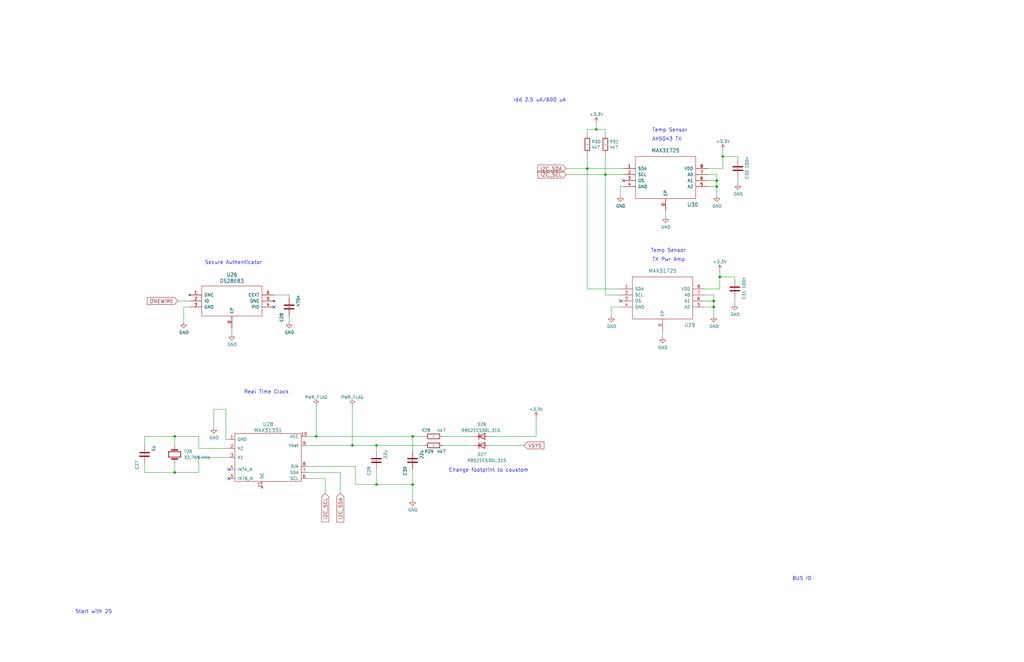
<source format=kicad_sch>
(kicad_sch (version 20230121) (generator eeschema)
  (paper "USLedger")
  (title_block (title "Radiation Tolerant PacSat Communication") (date "2023-06-17") (rev "1.1") (company "AMSAT-NA") (comment 1 "N5BRG"))
  (lib_symbols
    (symbol "Device:C" (pin_numbers hide) (pin_names (offset 0.254))
      (property "Reference" "C" (at 0.635 2.54 0))
      (property "Value" "C" (at 0.635 -2.54 0))
      (symbol "C_0_1"
        (polyline (pts (xy -2.032 -0.762) (xy 2.032 -0.762)) (stroke (width 0.508)))
        (polyline (pts (xy -2.032 0.762) (xy 2.032 0.762)) (stroke (width 0.508)))
      )
      (symbol "C_1_1"
        (pin passive line (at 0 3.81 270) (length 2.794) (name "~") (number "1"))
        (pin passive line (at 0 -3.81 90) (length 2.794) (name "~") (number "2"))
      )
    )
    (symbol "Device:Crystal" (pin_numbers hide) (pin_names (offset 1.016) hide)
      (property "Reference" "Y" (at 0 3.81 0))
      (property "Value" "Crystal" (at 0 -3.81 0))
      (symbol "Crystal_0_1"
        (rectangle (start -1.143 2.54) (end 1.143 -2.54) (stroke (width 0.3048)))
        (polyline (pts (xy -2.54 0) (xy -1.905 0)))
        (polyline (pts (xy -1.905 -1.27) (xy -1.905 1.27)) (stroke (width 0.508)))
        (polyline (pts (xy 1.905 -1.27) (xy 1.905 1.27)) (stroke (width 0.508)))
        (polyline (pts (xy 2.54 0) (xy 1.905 0)))
      )
      (symbol "Crystal_1_1"
        (pin passive line (at -3.81 0 0) (length 1.27) (name "1") (number "1"))
        (pin passive line (at 3.81 0 180) (length 1.27) (name "2") (number "2"))
      )
    )
    (symbol "Device:R" (pin_numbers hide) (pin_names (offset 0))
      (property "Reference" "R" (at 2.032 0 90))
      (property "Value" "R" (at 0 0 90))
      (symbol "R_0_1"
        (rectangle (start -1.016 -2.54) (end 1.016 2.54) (stroke (width 0.254)))
      )
      (symbol "R_1_1"
        (pin passive line (at 0 3.81 270) (length 1.27) (name "~") (number "1"))
        (pin passive line (at 0 -3.81 90) (length 1.27) (name "~") (number "2"))
      )
    )
    (symbol "Diode:1N914" (pin_numbers hide) (pin_names hide)
      (property "Reference" "D" (at 0 2.54 0))
      (property "Value" "1N914" (at 0 -2.54 0))
      (symbol "1N914_0_1"
        (polyline (pts (xy -1.27 1.27) (xy -1.27 -1.27)) (stroke (width 0.254)))
        (polyline (pts (xy 1.27 0) (xy -1.27 0)))
        (polyline (pts (xy 1.27 1.27) (xy 1.27 -1.27) (xy -1.27 0) (xy 1.27 1.27)) (stroke (width 0.254)))
      )
      (symbol "1N914_1_1"
        (pin passive line (at -3.81 0 0) (length 2.54) (name "K") (number "1"))
        (pin passive line (at 3.81 0 180) (length 2.54) (name "A") (number "2"))
      )
    )
    (symbol "PACSAT_ICs:DS28E83" (pin_names (offset 1.016))
      (property "Reference" "U26" (at 0 11.0998 0))
      (property "Value" "DS28E83" (at 0 8.4074 0))
      (symbol "DS28E83_0_1"
        (rectangle (start -12.7 6.35) (end 12.7 -6.35))
      )
      (symbol "DS28E83_1_1"
        (pin power_in line (at 0 -11.43 90) (length 5.08) (name "EP") (number "0"))
        (pin no_connect line (at -17.78 2.54 0) (length 5.08) (name "DNC") (number "1"))
        (pin bidirectional line (at -17.78 0 0) (length 5.08) (name "IO") (number "2"))
        (pin power_in line (at -17.78 -2.54 0) (length 5.08) (name "GND") (number "3"))
        (pin bidirectional line (at 17.78 -2.54 180) (length 5.08) (name "PIO") (number "4"))
        (pin no_connect line (at 17.78 0 180) (length 5.08) (name "DNC") (number "5"))
        (pin passive line (at 17.78 2.54 180) (length 5.08) (name "CEXT") (number "6"))
      )
    )
    (symbol "PACSAT_ICs:MAX31331" (pin_names (offset 1.016))
      (property "Reference" "U?" (at -1.27 14.9098 0))
      (property "Value" "MAX31331" (at -1.27 12.2174 0))
      (symbol "MAX31331_0_1"
        (rectangle (start -13.97 10.16) (end 13.97 -10.16))
      )
      (symbol "MAX31331_1_1"
        (pin power_in line (at -16.51 7.62 0) (length 2.54) (name "GND") (number "1"))
        (pin power_in line (at 16.51 8.89 180) (length 2.54) (name "VCC") (number "10"))
        (pin no_connect line (at -2.54 -12.7 90) (length 2.54) (name "NC") (number "11"))
        (pin input line (at -16.51 3.81 0) (length 2.54) (name "X2") (number "2"))
        (pin input line (at -16.51 0 0) (length 2.54) (name "X1") (number "3"))
        (pin open_collector line (at -16.51 -5.08 0) (length 2.54) (name "INTA_N") (number "4"))
        (pin open_collector line (at -16.51 -8.89 0) (length 2.54) (name "INTB_N") (number "5"))
        (pin input line (at 16.51 -8.89 180) (length 2.54) (name "SCL") (number "6"))
        (pin tri_state line (at 16.51 -6.35 180) (length 2.54) (name "SDA") (number "7"))
        (pin input line (at 16.51 -3.81 180) (length 2.54) (name "DIN") (number "8"))
        (pin power_in line (at 16.51 5.08 180) (length 2.54) (name "Vbat") (number "9"))
      )
    )
    (symbol "PACSAT_ICs:MAX31725" (pin_names (offset 1.016))
      (property "Reference" "U29" (at 11.43 -11.43 0))
      (property "Value" "MAX31725" (at 0 11.43 0))
      (symbol "MAX31725_0_1"
        (rectangle (start -12.7 8.89) (end 12.7 -8.89))
      )
      (symbol "MAX31725_1_1"
        (pin input line (at 0 -13.97 90) (length 5.08) (name "EP") (number "0"))
        (pin input line (at -17.78 3.81 0) (length 5.08) (name "SDA") (number "1"))
        (pin input line (at -17.78 1.27 0) (length 5.08) (name "SCL") (number "2"))
        (pin input line (at -17.78 -1.27 0) (length 5.08) (name "OS") (number "3"))
        (pin input line (at -17.78 -3.81 0) (length 5.08) (name "GND") (number "4"))
        (pin input line (at 17.78 -3.81 180) (length 5.08) (name "A2") (number "5"))
        (pin input line (at 17.78 -1.27 180) (length 5.08) (name "A1") (number "6"))
        (pin input line (at 17.78 1.27 180) (length 5.08) (name "A0") (number "7"))
        (pin input line (at 17.78 3.81 180) (length 5.08) (name "VDD") (number "8"))
      )
    )
    (symbol "power:+3.3V" (power) (pin_names (offset 0))
      (property "Value" "+3.3V" (at 0 3.556 0))
      (symbol "+3.3V_0_1"
        (polyline (pts (xy -0.762 1.27) (xy 0 2.54)))
        (polyline (pts (xy 0 0) (xy 0 2.54)))
        (polyline (pts (xy 0 2.54) (xy 0.762 1.27)))
      )
      (symbol "+3.3V_1_1"
        (pin power_in line (at 0 0 90) (length 0) hide (name "+3.3V") (number "1"))
      )
    )
    (symbol "power:GND" (power) (pin_names (offset 0))
      (property "Value" "GND" (at 0 -3.81 0))
      (symbol "GND_0_1"
        (polyline (pts (xy 0 0) (xy 0 -1.27) (xy 1.27 -1.27) (xy 0 -2.54) (xy -1.27 -1.27) (xy 0 -1.27)))
      )
      (symbol "GND_1_1"
        (pin power_in line (at 0 0 270) (length 0) hide (name "GND") (number "1"))
      )
    )
    (symbol "power:PWR_FLAG" (power) (pin_numbers hide) (pin_names (offset 0) hide)
      (property "Value" "PWR_FLAG" (at 0 3.81 0))
      (symbol "PWR_FLAG_0_0"
        (pin power_out line (at 0 0 90) (length 0) (name "pwr") (number "1"))
      )
      (symbol "PWR_FLAG_0_1"
        (polyline (pts (xy 0 0) (xy 0 1.27) (xy -1.016 1.905) (xy 0 2.54) (xy 1.016 1.905) (xy 0 1.27)))
      )
    )
  )
  (junction (at 300.99 129.54))
  (junction (at 73.66 184.15))
  (junction (at 255.27 73.66))
  (junction (at 302.26 76.2))
  (junction (at 251.46 54.61))
  (junction (at 247.65 71.12))
  (junction (at 133.35 184.15))
  (junction (at 303.53 116.84))
  (junction (at 148.59 187.96))
  (junction (at 158.75 204.47))
  (junction (at 304.8 66.04))
  (junction (at 73.66 199.39))
  (junction (at 300.99 127))
  (junction (at 158.75 187.96))
  (junction (at 302.26 78.74))
  (junction (at 173.99 184.15))
  (junction (at 173.99 204.47))
  (no_connect (at 261.62 127))
  (no_connect (at 262.89 76.2))
  (no_connect (at 96.52 198.12))
  (no_connect (at 115.57 129.54))
  (no_connect (at 96.52 201.93))
  (wire (pts (xy 302.26 78.74) (xy 302.26 82.55)))
  (wire (pts (xy 247.65 57.15) (xy 247.65 54.61)))
  (wire (pts (xy 186.69 187.96) (xy 199.39 187.96)))
  (wire (pts (xy 261.62 129.54) (xy 257.81 129.54)))
  (wire (pts (xy 251.46 54.61) (xy 251.46 52.07)))
  (wire (pts (xy 137.16 201.93) (xy 137.16 208.28)))
  (wire (pts (xy 60.96 184.15) (xy 73.66 184.15)))
  (wire (pts (xy 255.27 124.46) (xy 261.62 124.46)))
  (wire (pts (xy 133.35 171.45) (xy 133.35 184.15)))
  (wire (pts (xy 255.27 54.61) (xy 255.27 57.15)))
  (wire (pts (xy 60.96 199.39) (xy 73.66 199.39)))
  (wire (pts (xy 303.53 116.84) (xy 303.53 121.92)))
  (wire (pts (xy 129.54 184.15) (xy 133.35 184.15)))
  (wire (pts (xy 83.82 193.04) (xy 96.52 193.04)))
  (wire (pts (xy 96.52 185.42) (xy 95.25 185.42)))
  (wire (pts (xy 129.54 187.96) (xy 148.59 187.96)))
  (wire (pts (xy 303.53 116.84) (xy 309.88 116.84)))
  (wire (pts (xy 115.57 124.46) (xy 121.92 124.46)))
  (wire (pts (xy 73.66 199.39) (xy 83.82 199.39)))
  (wire (pts (xy 261.62 78.74) (xy 261.62 82.55)))
  (wire (pts (xy 129.54 199.39) (xy 143.51 199.39)))
  (wire (pts (xy 311.15 74.93) (xy 311.15 77.47)))
  (wire (pts (xy 73.66 187.96) (xy 73.66 184.15)))
  (wire (pts (xy 300.99 129.54) (xy 297.18 129.54)))
  (wire (pts (xy 247.65 71.12) (xy 262.89 71.12)))
  (wire (pts (xy 173.99 204.47) (xy 173.99 210.82)))
  (wire (pts (xy 149.86 204.47) (xy 158.75 204.47)))
  (wire (pts (xy 90.17 172.72) (xy 90.17 180.34)))
  (wire (pts (xy 303.53 114.3) (xy 303.53 116.84)))
  (wire (pts (xy 238.76 71.12) (xy 247.65 71.12)))
  (wire (pts (xy 129.54 201.93) (xy 137.16 201.93)))
  (wire (pts (xy 311.15 66.04) (xy 311.15 67.31)))
  (wire (pts (xy 186.69 184.15) (xy 199.39 184.15)))
  (wire (pts (xy 309.88 116.84) (xy 309.88 118.11)))
  (wire (pts (xy 95.25 172.72) (xy 90.17 172.72)))
  (wire (pts (xy 173.99 184.15) (xy 179.07 184.15)))
  (wire (pts (xy 158.75 204.47) (xy 173.99 204.47)))
  (wire (pts (xy 121.92 133.35) (xy 121.92 135.89)))
  (wire (pts (xy 238.76 73.66) (xy 255.27 73.66)))
  (wire (pts (xy 148.59 187.96) (xy 158.75 187.96)))
  (wire (pts (xy 158.75 187.96) (xy 179.07 187.96)))
  (wire (pts (xy 247.65 54.61) (xy 251.46 54.61)))
  (wire (pts (xy 300.99 127) (xy 300.99 129.54)))
  (wire (pts (xy 298.45 76.2) (xy 302.26 76.2)))
  (wire (pts (xy 247.65 121.92) (xy 261.62 121.92)))
  (wire (pts (xy 251.46 54.61) (xy 255.27 54.61)))
  (wire (pts (xy 303.53 121.92) (xy 297.18 121.92)))
  (wire (pts (xy 158.75 187.96) (xy 158.75 190.5)))
  (wire (pts (xy 60.96 195.58) (xy 60.96 199.39)))
  (wire (pts (xy 97.79 138.43) (xy 97.79 140.97)))
  (wire (pts (xy 257.81 129.54) (xy 257.81 133.35)))
  (wire (pts (xy 302.26 73.66) (xy 302.26 76.2)))
  (wire (pts (xy 173.99 184.15) (xy 173.99 190.5)))
  (wire (pts (xy 158.75 198.12) (xy 158.75 204.47)))
  (wire (pts (xy 77.47 129.54) (xy 77.47 135.89)))
  (wire (pts (xy 83.82 184.15) (xy 83.82 189.23)))
  (wire (pts (xy 255.27 73.66) (xy 255.27 124.46)))
  (wire (pts (xy 302.26 76.2) (xy 302.26 78.74)))
  (wire (pts (xy 247.65 71.12) (xy 247.65 121.92)))
  (wire (pts (xy 60.96 187.96) (xy 60.96 184.15)))
  (wire (pts (xy 83.82 193.04) (xy 83.82 199.39)))
  (wire (pts (xy 304.8 66.04) (xy 304.8 71.12)))
  (wire (pts (xy 83.82 189.23) (xy 96.52 189.23)))
  (wire (pts (xy 304.8 63.5) (xy 304.8 66.04)))
  (wire (pts (xy 133.35 184.15) (xy 173.99 184.15)))
  (wire (pts (xy 80.01 129.54) (xy 77.47 129.54)))
  (wire (pts (xy 247.65 64.77) (xy 247.65 71.12)))
  (wire (pts (xy 280.67 88.9) (xy 280.67 91.44)))
  (wire (pts (xy 255.27 64.77) (xy 255.27 73.66)))
  (wire (pts (xy 143.51 199.39) (xy 143.51 208.28)))
  (wire (pts (xy 73.66 184.15) (xy 83.82 184.15)))
  (wire (pts (xy 74.93 127) (xy 80.01 127)))
  (wire (pts (xy 121.92 124.46) (xy 121.92 125.73)))
  (wire (pts (xy 300.99 129.54) (xy 300.99 133.35)))
  (wire (pts (xy 149.86 196.85) (xy 149.86 204.47)))
  (wire (pts (xy 148.59 171.45) (xy 148.59 187.96)))
  (wire (pts (xy 173.99 204.47) (xy 173.99 198.12)))
  (wire (pts (xy 279.4 139.7) (xy 279.4 142.24)))
  (wire (pts (xy 262.89 78.74) (xy 261.62 78.74)))
  (wire (pts (xy 297.18 127) (xy 300.99 127)))
  (wire (pts (xy 73.66 195.58) (xy 73.66 199.39)))
  (wire (pts (xy 304.8 71.12) (xy 298.45 71.12)))
  (wire (pts (xy 255.27 73.66) (xy 262.89 73.66)))
  (wire (pts (xy 309.88 125.73) (xy 309.88 128.27)))
  (wire (pts (xy 304.8 66.04) (xy 311.15 66.04)))
  (wire (pts (xy 226.06 184.15) (xy 226.06 176.53)))
  (wire (pts (xy 298.45 73.66) (xy 302.26 73.66)))
  (wire (pts (xy 129.54 196.85) (xy 149.86 196.85)))
  (wire (pts (xy 297.18 124.46) (xy 300.99 124.46)))
  (wire (pts (xy 95.25 185.42) (xy 95.25 172.72)))
  (wire (pts (xy 207.01 184.15) (xy 226.06 184.15)))
  (wire (pts (xy 207.01 187.96) (xy 220.98 187.96)))
  (wire (pts (xy 300.99 124.46) (xy 300.99 127)))
  (wire (pts (xy 302.26 78.74) (xy 298.45 78.74)))
  (text "TX Pwr Amp" (at 274.955 110.49 0) (effects (font (size 1.524 1.524)) (justify left bottom)))
  (text "Temp Sensor" (at 274.32 106.68 0) (effects (font (size 1.524 1.524)) (justify left bottom)))
  (text "BUS IO" (at 334.01 245.11 0) (effects (font (size 1.524 1.524)) (justify left bottom)))
  (text "Change footprint to coustom" (at 189.23 199.39 0) (effects (font (size 1.524 1.524)) (justify left bottom)))
  (text "Idd 2.5 uA/600 uA" (at 216.535 43.18 0) (effects (font (size 1.524 1.524)) (justify left bottom)))
  (text "Start with 25" (at 31.75 259.08 0) (effects (font (size 1.524 1.524)) (justify left bottom)))
  (text "Temp Sensor" (at 274.955 55.88 0) (effects (font (size 1.524 1.524)) (justify left bottom)))
  (text "AX5043 TX" (at 274.955 59.69 0) (effects (font (size 1.524 1.524)) (justify left bottom)))
  (text "Secure Authenticator" (at 86.36 111.76 0) (effects (font (size 1.524 1.524)) (justify left bottom)))
  (text "Real Time Clock" (at 102.87 166.37 0) (effects (font (size 1.524 1.524)) (justify left bottom)))
  (global_label "I2C_SCL" (shape input) (at 137.16 208.28 270) (effects (font (size 1.524 1.524))) (property "Intersheetrefs" "${INTERSHEET_REFS}" (effects hide)))
  (global_label "ONEWIRE" (shape input) (at 74.93 127 180) (effects (font (size 1.524 1.524))) (property "Intersheetrefs" "${INTERSHEET_REFS}" (effects hide)))
  (global_label "I2C_SDA" (shape input) (at 143.51 208.28 270) (effects (font (size 1.524 1.524))) (property "Intersheetrefs" "${INTERSHEET_REFS}" (effects hide)))
  (global_label "I2C_SDA" (shape input) (at 238.76 71.12 180) (effects (font (size 1.524 1.524))) (property "Intersheetrefs" "${INTERSHEET_REFS}" (effects hide)))
  (global_label "VSYS" (shape input) (at 220.98 187.96 0) (effects (font (size 1.524 1.524))) (property "Intersheetrefs" "${INTERSHEET_REFS}" (effects hide)))
  (global_label "I2C_SCL" (shape input) (at 238.76 73.66 180) (effects (font (size 1.524 1.524))) (property "Intersheetrefs" "${INTERSHEET_REFS}" (effects hide)))
  (symbol (lib_id "PACSAT_ICs:MAX31725") (at 280.67 74.93 0) (unit 1)
    (property "Reference" "U30" (at 292.1 86.36 0) (effects (font (size 1.524 1.524))))
    (property "Value" "MAX31725" (at 280.67 63.5 0) (effects (font (size 1.524 1.524))))
    (property "Footprint" "PacSatDev_maxim:TDFN_T833_2" (effects hide))
  )
  (symbol (lib_id "power:GND") (at 261.62 82.55 0) (unit 1)
    (property "Reference" "#PWR050" (effects hide))
    (property "Value" "GND" (at 261.747 86.9442 0))
  )
  (symbol (lib_id "power:GND") (at 302.26 82.55 0) (unit 1)
    (property "Reference" "#PWR061" (effects hide))
    (property "Value" "GND" (at 302.387 86.9442 0))
  )
  (symbol (lib_id "power:GND") (at 280.67 91.44 0) (unit 1)
    (property "Reference" "#PWR058" (effects hide))
    (property "Value" "GND" (at 280.797 95.8342 0))
  )
  (symbol (lib_id "Device:R") (at 255.27 60.96 0) (unit 1)
    (property "Reference" "R31" (at 257.048 59.7916 0) (effects (justify left)))
    (property "Value" "4k7" (at 257.048 62.103 0) (effects (justify left)))
    (property "Footprint" "Resistor_SMD:R_0603_1608Metric_Pad0.98x0.95mm_HandSolder" (effects hide))
    (property "Datasheet" "~" (at 255.27 60.96 0))
  )
  (symbol (lib_id "Device:R") (at 247.65 60.96 0) (unit 1)
    (property "Reference" "R30" (at 249.428 59.7916 0) (effects (justify left)))
    (property "Value" "4k7" (at 249.428 62.103 0) (effects (justify left)))
    (property "Footprint" "Resistor_SMD:R_0603_1608Metric_Pad0.98x0.95mm_HandSolder" (effects hide))
    (property "Datasheet" "~" (at 247.65 60.96 0))
  )
  (symbol (lib_id "Device:C") (at 311.15 71.12 0) (unit 1)
    (property "Reference" "C32" (at 314.96 73.66 90))
    (property "Value" "100n" (at 314.96 68.58 90))
    (property "Footprint" "Capacitor_SMD:C_0603_1608Metric_Pad1.08x0.95mm_HandSolder" (effects hide))
    (property "Datasheet" "~" (at 311.15 71.12 0))
  )
  (symbol (lib_id "power:GND") (at 311.15 77.47 0) (unit 1)
    (property "Reference" "#PWR069" (effects hide))
    (property "Value" "GND" (at 311.277 81.8642 0))
  )
  (symbol (lib_id "PACSAT_ICs:DS28E83") (at 97.79 127 0) (unit 1)
    (property "Reference" "U26" (at 97.79 115.9002 0) (effects (font (size 1.524 1.524))))
    (property "Value" "DS28E83" (at 97.79 118.5926 0) (effects (font (size 1.524 1.524))))
    (property "Footprint" "PacSatDev_maxim:TDFN_T633_2" (effects hide))
  )
  (symbol (lib_id "power:GND") (at 77.47 135.89 0) (unit 1)
    (property "Reference" "#PWR037" (effects hide))
    (property "Value" "GND" (at 77.597 140.2842 0))
  )
  (symbol (lib_id "power:GND") (at 97.79 140.97 0) (unit 1)
    (property "Reference" "#PWR040" (effects hide))
    (property "Value" "GND" (at 97.917 145.3642 0))
  )
  (symbol (lib_id "Device:C") (at 121.92 129.54 0) (unit 1)
    (property "Reference" "C28" (at 118.745 133.985 90))
    (property "Value" "470n" (at 125.73 127 90))
    (property "Footprint" "Capacitor_SMD:C_0603_1608Metric_Pad1.08x0.95mm_HandSolder" (effects hide))
    (property "Datasheet" "~" (at 121.92 129.54 0))
  )
  (symbol (lib_id "power:GND") (at 121.92 135.89 0) (unit 1)
    (property "Reference" "#PWR042" (effects hide))
    (property "Value" "GND" (at 122.047 140.2842 0))
  )
  (symbol (lib_id "Device:C") (at 158.75 194.31 0) (unit 1)
    (property "Reference" "C29" (at 155.575 198.755 90))
    (property "Value" "22u" (at 162.56 191.77 90))
    (property "Footprint" "Capacitor_SMD:C_0603_1608Metric_Pad1.08x0.95mm_HandSolder" (effects hide))
    (property "Datasheet" "~" (at 158.75 194.31 0))
  )
  (symbol (lib_id "power:+3.3V") (at 304.8 63.5 0) (unit 1)
    (property "Reference" "#PWR067" (effects hide))
    (property "Value" "+3.3V" (at 304.8 59.69 0))
  )
  (symbol (lib_id "power:+3.3V") (at 303.53 114.3 0) (unit 1)
    (property "Reference" "#PWR062" (effects hide))
    (property "Value" "+3.3V" (at 303.53 110.49 0))
  )
  (symbol (lib_id "power:+3.3V") (at 251.46 52.07 0) (unit 1)
    (property "Reference" "#PWR046" (effects hide))
    (property "Value" "+3.3V" (at 251.46 48.26 0))
  )
  (symbol (lib_id "power:PWR_FLAG") (at 133.35 171.45 0) (unit 1)
    (property "Reference" "#FLG026" (effects hide))
    (property "Value" "PWR_FLAG" (at 133.35 167.64 0))
  )
  (symbol (lib_id "power:GND") (at 309.88 128.27 0) (unit 1)
    (property "Reference" "#PWR068" (effects hide))
    (property "Value" "GND" (at 310.007 132.6642 0))
  )
  (symbol (lib_id "power:GND") (at 279.4 142.24 0) (unit 1)
    (property "Reference" "#PWR051" (effects hide))
    (property "Value" "GND" (at 279.527 146.6342 0))
  )
  (symbol (lib_id "power:GND") (at 173.99 210.82 0) (unit 1)
    (property "Reference" "#PWR044" (effects hide))
    (property "Value" "GND" (at 174.117 215.2142 0))
  )
  (symbol (lib_id "power:GND") (at 90.17 180.34 0) (unit 1)
    (property "Reference" "#PWR039" (effects hide))
    (property "Value" "GND" (at 90.297 184.7342 0))
  )
  (symbol (lib_id "Device:R") (at 182.88 184.15 90) (unit 1)
    (property "Reference" "R28" (at 181.61 181.61 90) (effects (justify left)))
    (property "Value" "4k7" (at 187.96 181.61 90) (effects (justify left)))
    (property "Footprint" "Resistor_SMD:R_0603_1608Metric_Pad0.98x0.95mm_HandSolder" (effects hide))
    (property "Datasheet" "~" (at 182.88 184.15 0))
  )
  (symbol (lib_id "PACSAT_ICs:MAX31331") (at 113.03 193.04 0) (unit 1)
    (property "Reference" "U28" (at 113.03 179.07 0) (effects (font (size 1.524 1.524))))
    (property "Value" "MAX31331" (at 113.03 181.61 0) (effects (font (size 1.524 1.524))))
    (property "Footprint" "Package_DFN_QFN:TDFN-10-1EP_2x3mm_P0.5mm_EP0.9x2mm" (effects hide))
  )
  (symbol (lib_id "power:GND") (at 300.99 133.35 0) (unit 1)
    (property "Reference" "#PWR060" (effects hide))
    (property "Value" "GND" (at 301.117 137.7442 0))
  )
  (symbol (lib_id "PACSAT_ICs:MAX31725") (at 279.4 125.73 0) (unit 1)
    (property "Reference" "U29" (at 290.83 137.16 0) (effects (font (size 1.524 1.524))))
    (property "Value" "MAX31725" (at 279.4 114.3 0) (effects (font (size 1.524 1.524))))
    (property "Footprint" "PacSatDev_maxim:TDFN_T833_2" (effects hide))
  )
  (symbol (lib_id "Device:C") (at 173.99 194.31 0) (unit 1)
    (property "Reference" "C30" (at 170.815 198.755 90))
    (property "Value" "22u" (at 177.8 191.77 90))
    (property "Footprint" "Capacitor_SMD:C_0603_1608Metric_Pad1.08x0.95mm_HandSolder" (effects hide))
    (property "Datasheet" "~" (at 173.99 194.31 0))
  )
  (symbol (lib_id "Device:Crystal") (at 73.66 191.77 270) (unit 1)
    (property "Reference" "Y26" (at 77.47 190.5 90) (effects (justify left)))
    (property "Value" "32.768 kHz" (at 77.47 193.04 90) (effects (justify left)))
    (property "Footprint" "Crystal:Crystal_AT310_D3.0mm_L10.0mm_Horizontal" (effects hide))
  )
  (symbol (lib_id "Diode:1N914") (at 203.2 184.15 0) (unit 1)
    (property "Reference" "D26" (at 203.2 179.07 0))
    (property "Value" "RB521CS30L,315 " (at 203.2 181.61 0))
    (property "Footprint" "Diode_SMD:D_0603_1608Metric" (effects hide))
    (property "Datasheet" "http://www.vishay.com/docs/85622/1n914.pdf" (effects hide))
    (property "Sim.Device" "D" (effects hide))
    (property "Sim.Pins" "1=K 2=A" (effects hide))
  )
  (symbol (lib_id "Device:R") (at 182.88 187.96 90) (unit 1)
    (property "Reference" "R29" (at 182.88 190.5 90) (effects (justify left)))
    (property "Value" "4k7" (at 187.96 190.5 90) (effects (justify left)))
    (property "Footprint" "Resistor_SMD:R_0603_1608Metric_Pad0.98x0.95mm_HandSolder" (effects hide))
    (property "Datasheet" "~" (at 182.88 187.96 0))
  )
  (symbol (lib_id "power:GND") (at 257.81 133.35 0) (unit 1)
    (property "Reference" "#PWR047" (effects hide))
    (property "Value" "GND" (at 257.937 137.7442 0))
  )
  (symbol (lib_id "power:+3.3V") (at 226.06 176.53 0) (unit 1)
    (property "Reference" "#PWR045" (effects hide))
    (property "Value" "+3.3V" (at 226.06 172.72 0))
  )
  (symbol (lib_id "power:PWR_FLAG") (at 148.59 171.45 0) (unit 1)
    (property "Reference" "#FLG027" (effects hide))
    (property "Value" "PWR_FLAG" (at 148.59 167.64 0))
  )
  (symbol (lib_id "Device:C") (at 60.96 191.77 0) (unit 1)
    (property "Reference" "C27" (at 57.785 196.215 90))
    (property "Value" "6p" (at 64.77 189.23 90))
    (property "Footprint" "Capacitor_SMD:C_0603_1608Metric_Pad1.08x0.95mm_HandSolder" (effects hide))
    (property "Datasheet" "~" (at 60.96 191.77 0))
  )
  (symbol (lib_id "Diode:1N914") (at 203.2 187.96 0) (unit 1)
    (property "Reference" "D27" (at 203.2 191.77 0))
    (property "Value" "RB521CS30L,315 " (at 205.74 194.31 0))
    (property "Footprint" "Diode_SMD:D_0603_1608Metric" (effects hide))
    (property "Datasheet" "http://www.vishay.com/docs/85622/1n914.pdf" (effects hide))
    (property "Sim.Device" "D" (effects hide))
    (property "Sim.Pins" "1=K 2=A" (effects hide))
  )
  (symbol (lib_id "Device:C") (at 309.88 121.92 0) (unit 1)
    (property "Reference" "C31" (at 313.69 124.46 90))
    (property "Value" "100n" (at 313.69 119.38 90))
    (property "Footprint" "Capacitor_SMD:C_0603_1608Metric_Pad1.08x0.95mm_HandSolder" (effects hide))
    (property "Datasheet" "~" (at 309.88 121.92 0))
  )
)
</source>
